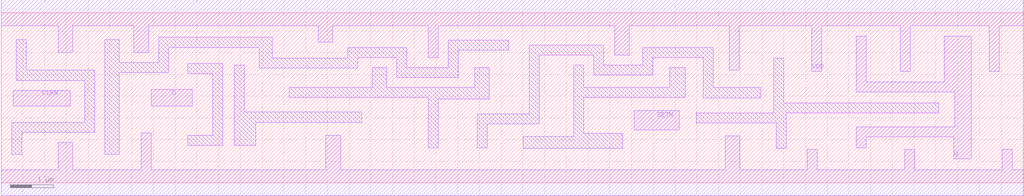
<source format=lef>
# Copyright 2022 GlobalFoundries PDK Authors
#
# Licensed under the Apache License, Version 2.0 (the "License");
# you may not use this file except in compliance with the License.
# You may obtain a copy of the License at
#
#      http://www.apache.org/licenses/LICENSE-2.0
#
# Unless required by applicable law or agreed to in writing, software
# distributed under the License is distributed on an "AS IS" BASIS,
# WITHOUT WARRANTIES OR CONDITIONS OF ANY KIND, either express or implied.
# See the License for the specific language governing permissions and
# limitations under the License.

MACRO gf180mcu_fd_sc_mcu7t5v0__dffnsnq_4
  CLASS core ;
  FOREIGN gf180mcu_fd_sc_mcu7t5v0__dffnsnq_4 0.0 0.0 ;
  ORIGIN 0 0 ;
  SYMMETRY X Y ;
  SITE GF018hv5v_mcu_sc7 ;
  SIZE 23.52 BY 3.92 ;
  PIN D
    DIRECTION INPUT ;
    ANTENNAGATEAREA 0.5305 ;
    PORT
      LAYER Metal1 ;
        POLYGON 3.45 1.77 4.39 1.77 4.39 2.15 3.45 2.15  ;
    END
  END D
  PIN SETN
    DIRECTION INPUT ;
    ANTENNAGATEAREA 1.1565 ;
    PORT
      LAYER Metal1 ;
        POLYGON 14.56 1.22 15.59 1.22 15.59 1.67 14.56 1.67  ;
    END
  END SETN
  PIN CLKN
    DIRECTION INPUT ;
    USE clock ;
    ANTENNAGATEAREA 0.794 ;
    PORT
      LAYER Metal1 ;
        POLYGON 0.28 1.77 1.59 1.77 1.59 2.13 0.28 2.13  ;
    END
  END CLKN
  PIN Q
    DIRECTION OUTPUT ;
    ANTENNADIFFAREA 2.1112 ;
    PORT
      LAYER Metal1 ;
        POLYGON 19.665 2.09 21.56 2.09 21.93 2.09 21.93 1.29 19.665 1.29 19.665 0.805 19.895 0.805 19.895 1.06 21.905 1.06 21.905 0.55 22.31 0.55 22.31 3.38 21.69 3.38 21.69 2.32 21.56 2.32 19.895 2.32 19.895 3.38 19.665 3.38  ;
    END
  END Q
  PIN VDD
    DIRECTION INOUT ;
    USE power ;
    SHAPE ABUTMENT ;
    PORT
      LAYER Metal1 ;
        POLYGON 0 3.62 1.31 3.62 1.31 3.005 1.65 3.005 1.65 3.62 2.155 3.62 3.05 3.62 3.05 3.005 3.39 3.005 3.39 3.62 7.29 3.62 7.29 3.24 7.63 3.24 7.63 3.62 9.825 3.62 9.825 2.885 10.055 2.885 10.055 3.62 11.67 3.62 14.11 3.62 14.11 2.945 14.45 2.945 14.45 3.62 16.745 3.62 16.745 2.6 16.975 2.6 16.975 3.62 17.47 3.62 18.645 3.62 18.645 2.57 18.875 2.57 18.875 3.62 20.685 3.62 20.685 2.57 20.915 2.57 20.915 3.62 21.56 3.62 22.725 3.62 22.725 2.57 22.955 2.57 22.955 3.62 23.52 3.62 23.52 4.22 21.56 4.22 17.47 4.22 11.67 4.22 2.155 4.22 0 4.22  ;
    END
  END VDD
  PIN VSS
    DIRECTION INOUT ;
    USE ground ;
    SHAPE ABUTMENT ;
    PORT
      LAYER Metal1 ;
        POLYGON 0 -0.3 23.52 -0.3 23.52 0.3 23.255 0.3 23.255 0.765 23.025 0.765 23.025 0.3 21.015 0.3 21.015 0.765 20.785 0.765 20.785 0.3 18.775 0.3 18.775 0.765 18.545 0.765 18.545 0.3 16.99 0.3 16.99 1.08 16.65 1.08 16.65 0.3 7.81 0.3 7.81 1.09 7.47 1.09 7.47 0.3 3.455 0.3 3.455 1.145 3.225 1.145 3.225 0.3 1.65 0.3 1.65 0.935 1.31 0.935 1.31 0.3 0 0.3  ;
    END
  END VSS
  OBS
      LAYER Metal1 ;
        POLYGON 0.345 2.36 1.925 2.36 1.925 1.395 0.245 1.395 0.245 0.66 0.475 0.66 0.475 1.165 2.155 1.165 2.155 2.595 0.575 2.595 0.575 3.3 0.345 3.3  ;
        POLYGON 4.29 2.52 4.86 2.52 4.86 1.095 4.29 1.095 4.29 0.865 5.09 0.865 5.09 2.75 4.29 2.75  ;
        POLYGON 5.365 0.865 5.85 0.865 5.85 1.395 8.29 1.395 8.29 1.63 5.595 1.63 5.595 2.71 5.365 2.71  ;
        POLYGON 6.63 1.965 9.825 1.965 9.825 0.81 10.055 0.81 10.055 1.93 11.23 1.93 11.23 2.655 10.89 2.655 10.89 2.195 8.87 2.195 8.87 2.655 8.53 2.655 8.53 2.195 6.63 2.195  ;
        POLYGON 2.385 0.66 2.715 0.66 2.715 2.545 3.85 2.545 3.85 3.12 5.94 3.12 5.94 2.65 8.205 2.65 8.205 2.885 9.1 2.885 9.1 2.425 10.515 2.425 10.515 3.065 11.67 3.065 11.67 3.295 10.285 3.295 10.285 2.655 9.33 2.655 9.33 3.115 7.975 3.115 7.975 2.88 6.23 2.88 6.23 3.36 3.62 3.36 3.62 2.775 2.715 2.775 2.715 3.3 2.385 3.3  ;
        POLYGON 13.395 1.965 15.73 1.965 15.73 2.655 15.38 2.655 15.38 2.195 13.395 2.195 13.395 2.71 13.165 2.71 13.165 1.075 12.01 1.075 12.01 0.795 14.295 0.795 14.295 1.135 13.395 1.135  ;
        POLYGON 10.945 0.81 11.175 0.81 11.175 1.355 12.375 1.355 12.375 2.94 13.625 2.94 13.625 2.48 14.985 2.48 14.985 2.885 16.15 2.885 16.15 1.96 17.47 1.96 17.47 2.195 16.38 2.195 16.38 3.12 14.755 3.12 14.755 2.715 13.855 2.715 13.855 3.175 12.145 3.175 12.145 1.585 10.945 1.585  ;
        POLYGON 15.99 1.385 17.825 1.385 17.825 0.795 18.055 0.795 18.055 1.605 21.56 1.605 21.56 1.84 17.995 1.84 17.995 2.875 17.765 2.875 17.765 1.615 15.99 1.615  ;
  END
END gf180mcu_fd_sc_mcu7t5v0__dffnsnq_4

</source>
